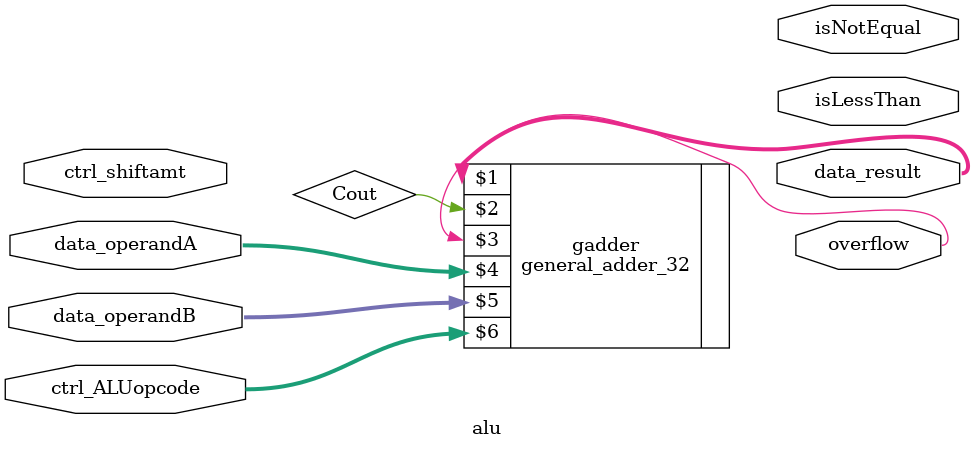
<source format=v>
module alu(data_operandA, data_operandB, ctrl_ALUopcode, ctrl_shiftamt, data_result, isNotEqual, isLessThan, overflow);

   input [31:0] data_operandA, data_operandB;
   input [4:0] ctrl_ALUopcode, ctrl_shiftamt;

   output [31:0] data_result;
   output isNotEqual, isLessThan, overflow;

   // YOUR CODE HERE //k
	wire [31:0] data_result_general_adder;
	wire Cout;
	
	general_adder_32 gadder(data_result, Cout, overflow, data_operandA, data_operandB, ctrl_ALUopcode);
	//general_adder_32 gadder(data_result_general_adder, Cout, overflow, data_operandA, data_operandB, ctrl_ALUopcode);

endmodule

</source>
